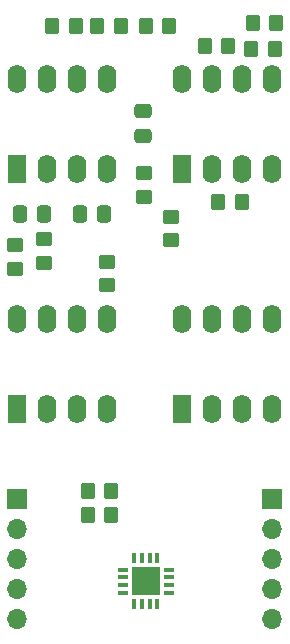
<source format=gbr>
%TF.GenerationSoftware,KiCad,Pcbnew,8.0.3*%
%TF.CreationDate,2025-09-07T10:27:12+08:00*%
%TF.ProjectId,balancing-car,62616c61-6e63-4696-9e67-2d6361722e6b,rev?*%
%TF.SameCoordinates,Original*%
%TF.FileFunction,Soldermask,Top*%
%TF.FilePolarity,Negative*%
%FSLAX46Y46*%
G04 Gerber Fmt 4.6, Leading zero omitted, Abs format (unit mm)*
G04 Created by KiCad (PCBNEW 8.0.3) date 2025-09-07 10:27:12*
%MOMM*%
%LPD*%
G01*
G04 APERTURE LIST*
G04 Aperture macros list*
%AMRoundRect*
0 Rectangle with rounded corners*
0 $1 Rounding radius*
0 $2 $3 $4 $5 $6 $7 $8 $9 X,Y pos of 4 corners*
0 Add a 4 corners polygon primitive as box body*
4,1,4,$2,$3,$4,$5,$6,$7,$8,$9,$2,$3,0*
0 Add four circle primitives for the rounded corners*
1,1,$1+$1,$2,$3*
1,1,$1+$1,$4,$5*
1,1,$1+$1,$6,$7*
1,1,$1+$1,$8,$9*
0 Add four rect primitives between the rounded corners*
20,1,$1+$1,$2,$3,$4,$5,0*
20,1,$1+$1,$4,$5,$6,$7,0*
20,1,$1+$1,$6,$7,$8,$9,0*
20,1,$1+$1,$8,$9,$2,$3,0*%
G04 Aperture macros list end*
%ADD10RoundRect,0.250000X0.450000X-0.350000X0.450000X0.350000X-0.450000X0.350000X-0.450000X-0.350000X0*%
%ADD11RoundRect,0.250000X0.350000X0.450000X-0.350000X0.450000X-0.350000X-0.450000X0.350000X-0.450000X0*%
%ADD12RoundRect,0.075000X-0.362500X-0.075000X0.362500X-0.075000X0.362500X0.075000X-0.362500X0.075000X0*%
%ADD13RoundRect,0.075000X-0.075000X-0.362500X0.075000X-0.362500X0.075000X0.362500X-0.075000X0.362500X0*%
%ADD14R,2.350000X2.350000*%
%ADD15RoundRect,0.250000X-0.450000X0.350000X-0.450000X-0.350000X0.450000X-0.350000X0.450000X0.350000X0*%
%ADD16O,1.700000X1.700000*%
%ADD17R,1.700000X1.700000*%
%ADD18RoundRect,0.250000X-0.350000X-0.450000X0.350000X-0.450000X0.350000X0.450000X-0.350000X0.450000X0*%
%ADD19O,1.600000X2.400000*%
%ADD20R,1.600000X2.400000*%
%ADD21RoundRect,0.250000X0.337500X0.475000X-0.337500X0.475000X-0.337500X-0.475000X0.337500X-0.475000X0*%
%ADD22RoundRect,0.250000X0.475000X-0.337500X0.475000X0.337500X-0.475000X0.337500X-0.475000X-0.337500X0*%
G04 APERTURE END LIST*
D10*
%TO.C,R14*%
X186436000Y-113395000D03*
X186436000Y-111395000D03*
%TD*%
D11*
%TO.C,R2*%
X190151000Y-134747000D03*
X192151000Y-134747000D03*
%TD*%
D12*
%TO.C,U5*%
X193134500Y-139360000D03*
X193134500Y-140010000D03*
X193134500Y-140660000D03*
X193134500Y-141310000D03*
D13*
X194097000Y-142272500D03*
X194747000Y-142272500D03*
X195397000Y-142272500D03*
X196047000Y-142272500D03*
D12*
X197009500Y-141310000D03*
X197009500Y-140660000D03*
X197009500Y-140010000D03*
X197009500Y-139360000D03*
D13*
X196047000Y-138397500D03*
X195397000Y-138397500D03*
X194747000Y-138397500D03*
X194097000Y-138397500D03*
D14*
X195072000Y-140335000D03*
%TD*%
D10*
%TO.C,R12*%
X191770000Y-115300000D03*
X191770000Y-113300000D03*
%TD*%
D11*
%TO.C,R9*%
X206105000Y-93091000D03*
X204105000Y-93091000D03*
%TD*%
D15*
%TO.C,R11*%
X184023000Y-111903000D03*
X184023000Y-113903000D03*
%TD*%
%TO.C,R10*%
X197231000Y-109490000D03*
X197231000Y-111490000D03*
%TD*%
D16*
%TO.C,J1*%
X184150000Y-143510000D03*
X184150000Y-140970000D03*
X184150000Y-138430000D03*
X184150000Y-135890000D03*
D17*
X184150000Y-133350000D03*
%TD*%
D18*
%TO.C,R1*%
X192151000Y-132715000D03*
X190151000Y-132715000D03*
%TD*%
D19*
%TO.C,U1*%
X184160000Y-97805000D03*
X186700000Y-97805000D03*
X189240000Y-97805000D03*
X191780000Y-97805000D03*
X191780000Y-105425000D03*
X189240000Y-105425000D03*
X186700000Y-105425000D03*
D20*
X184160000Y-105425000D03*
%TD*%
D21*
%TO.C,C3*%
X191537500Y-109220000D03*
X189462500Y-109220000D03*
%TD*%
D17*
%TO.C,J2*%
X205740000Y-133350000D03*
D16*
X205740000Y-135890000D03*
X205740000Y-138430000D03*
X205740000Y-140970000D03*
X205740000Y-143510000D03*
%TD*%
D21*
%TO.C,C2*%
X186457500Y-109220000D03*
X184382500Y-109220000D03*
%TD*%
D19*
%TO.C,U4*%
X198105000Y-118125000D03*
X200645000Y-118125000D03*
X203185000Y-118125000D03*
X205725000Y-118125000D03*
X205725000Y-125745000D03*
X203185000Y-125745000D03*
X200645000Y-125745000D03*
D20*
X198105000Y-125745000D03*
%TD*%
%TO.C,U2*%
X198130000Y-105425000D03*
D19*
X200670000Y-105425000D03*
X203210000Y-105425000D03*
X205750000Y-105425000D03*
X205750000Y-97805000D03*
X203210000Y-97805000D03*
X200670000Y-97805000D03*
X198130000Y-97805000D03*
%TD*%
%TO.C,U3*%
X184160000Y-118125000D03*
X186700000Y-118125000D03*
X189240000Y-118125000D03*
X191780000Y-118125000D03*
X191780000Y-125745000D03*
X189240000Y-125745000D03*
X186700000Y-125745000D03*
D20*
X184160000Y-125745000D03*
%TD*%
D18*
%TO.C,R8*%
X203978000Y-95250000D03*
X205978000Y-95250000D03*
%TD*%
%TO.C,R4*%
X190960000Y-93345000D03*
X192960000Y-93345000D03*
%TD*%
%TO.C,R5*%
X195040000Y-93345000D03*
X197040000Y-93345000D03*
%TD*%
D11*
%TO.C,R3*%
X189150000Y-93345000D03*
X187150000Y-93345000D03*
%TD*%
%TO.C,R13*%
X202041000Y-94996000D03*
X200041000Y-94996000D03*
%TD*%
%TO.C,R7*%
X203184000Y-108204000D03*
X201184000Y-108204000D03*
%TD*%
D22*
%TO.C,C1*%
X194818000Y-102637500D03*
X194818000Y-100562500D03*
%TD*%
D15*
%TO.C,R6*%
X194945000Y-105807000D03*
X194945000Y-107807000D03*
%TD*%
M02*

</source>
